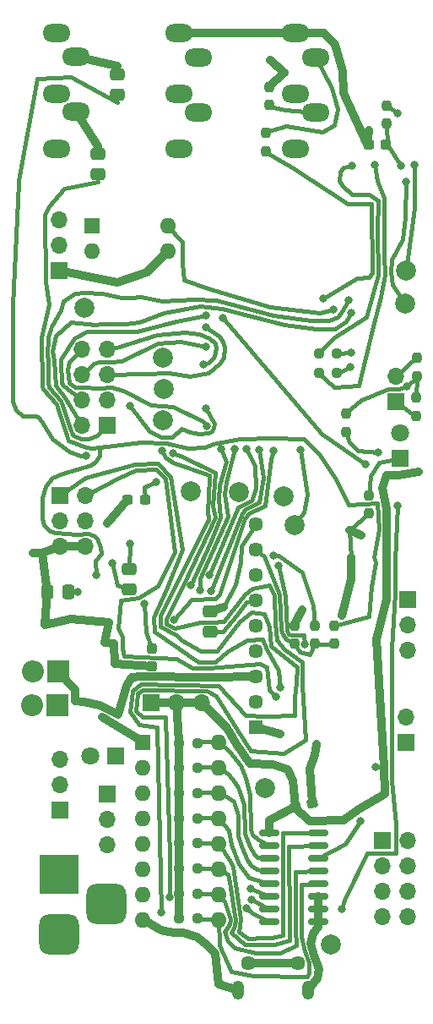
<source format=gbr>
G04 #@! TF.GenerationSoftware,KiCad,Pcbnew,7.0.9*
G04 #@! TF.CreationDate,2024-06-15T21:38:13-04:00*
G04 #@! TF.ProjectId,MEAP_Rev3c,4d454150-5f52-4657-9633-632e6b696361,rev?*
G04 #@! TF.SameCoordinates,Original*
G04 #@! TF.FileFunction,Copper,L2,Bot*
G04 #@! TF.FilePolarity,Positive*
%FSLAX46Y46*%
G04 Gerber Fmt 4.6, Leading zero omitted, Abs format (unit mm)*
G04 Created by KiCad (PCBNEW 7.0.9) date 2024-06-15 21:38:13*
%MOMM*%
%LPD*%
G01*
G04 APERTURE LIST*
G04 Aperture macros list*
%AMRoundRect*
0 Rectangle with rounded corners*
0 $1 Rounding radius*
0 $2 $3 $4 $5 $6 $7 $8 $9 X,Y pos of 4 corners*
0 Add a 4 corners polygon primitive as box body*
4,1,4,$2,$3,$4,$5,$6,$7,$8,$9,$2,$3,0*
0 Add four circle primitives for the rounded corners*
1,1,$1+$1,$2,$3*
1,1,$1+$1,$4,$5*
1,1,$1+$1,$6,$7*
1,1,$1+$1,$8,$9*
0 Add four rect primitives between the rounded corners*
20,1,$1+$1,$2,$3,$4,$5,0*
20,1,$1+$1,$4,$5,$6,$7,0*
20,1,$1+$1,$6,$7,$8,$9,0*
20,1,$1+$1,$8,$9,$2,$3,0*%
G04 Aperture macros list end*
G04 #@! TA.AperFunction,ComponentPad*
%ADD10R,1.600000X1.600000*%
G04 #@! TD*
G04 #@! TA.AperFunction,ComponentPad*
%ADD11O,1.600000X1.600000*%
G04 #@! TD*
G04 #@! TA.AperFunction,ComponentPad*
%ADD12C,2.000000*%
G04 #@! TD*
G04 #@! TA.AperFunction,ComponentPad*
%ADD13R,1.700000X1.700000*%
G04 #@! TD*
G04 #@! TA.AperFunction,ComponentPad*
%ADD14O,1.700000X1.700000*%
G04 #@! TD*
G04 #@! TA.AperFunction,ComponentPad*
%ADD15O,2.800000X1.800000*%
G04 #@! TD*
G04 #@! TA.AperFunction,ComponentPad*
%ADD16R,1.450000X1.450000*%
G04 #@! TD*
G04 #@! TA.AperFunction,ComponentPad*
%ADD17C,1.450000*%
G04 #@! TD*
G04 #@! TA.AperFunction,ComponentPad*
%ADD18R,1.800000X1.800000*%
G04 #@! TD*
G04 #@! TA.AperFunction,ComponentPad*
%ADD19C,1.800000*%
G04 #@! TD*
G04 #@! TA.AperFunction,ComponentPad*
%ADD20R,4.000000X4.000000*%
G04 #@! TD*
G04 #@! TA.AperFunction,ComponentPad*
%ADD21RoundRect,1.000000X1.000000X-1.000000X1.000000X1.000000X-1.000000X1.000000X-1.000000X-1.000000X0*%
G04 #@! TD*
G04 #@! TA.AperFunction,ComponentPad*
%ADD22R,2.200000X2.200000*%
G04 #@! TD*
G04 #@! TA.AperFunction,ComponentPad*
%ADD23O,2.200000X2.200000*%
G04 #@! TD*
G04 #@! TA.AperFunction,ComponentPad*
%ADD24O,1.200000X1.900000*%
G04 #@! TD*
G04 #@! TA.AperFunction,SMDPad,CuDef*
%ADD25RoundRect,0.250000X-0.475000X0.337500X-0.475000X-0.337500X0.475000X-0.337500X0.475000X0.337500X0*%
G04 #@! TD*
G04 #@! TA.AperFunction,SMDPad,CuDef*
%ADD26RoundRect,0.237500X0.250000X0.237500X-0.250000X0.237500X-0.250000X-0.237500X0.250000X-0.237500X0*%
G04 #@! TD*
G04 #@! TA.AperFunction,SMDPad,CuDef*
%ADD27RoundRect,0.237500X-0.250000X-0.237500X0.250000X-0.237500X0.250000X0.237500X-0.250000X0.237500X0*%
G04 #@! TD*
G04 #@! TA.AperFunction,SMDPad,CuDef*
%ADD28RoundRect,0.237500X0.237500X-0.250000X0.237500X0.250000X-0.237500X0.250000X-0.237500X-0.250000X0*%
G04 #@! TD*
G04 #@! TA.AperFunction,SMDPad,CuDef*
%ADD29RoundRect,0.250000X0.475000X-0.337500X0.475000X0.337500X-0.475000X0.337500X-0.475000X-0.337500X0*%
G04 #@! TD*
G04 #@! TA.AperFunction,SMDPad,CuDef*
%ADD30RoundRect,0.237500X-0.237500X0.250000X-0.237500X-0.250000X0.237500X-0.250000X0.237500X0.250000X0*%
G04 #@! TD*
G04 #@! TA.AperFunction,SMDPad,CuDef*
%ADD31RoundRect,0.250000X0.337500X0.475000X-0.337500X0.475000X-0.337500X-0.475000X0.337500X-0.475000X0*%
G04 #@! TD*
G04 #@! TA.AperFunction,SMDPad,CuDef*
%ADD32RoundRect,0.237500X-0.237500X0.300000X-0.237500X-0.300000X0.237500X-0.300000X0.237500X0.300000X0*%
G04 #@! TD*
G04 #@! TA.AperFunction,SMDPad,CuDef*
%ADD33RoundRect,0.237500X0.300000X0.237500X-0.300000X0.237500X-0.300000X-0.237500X0.300000X-0.237500X0*%
G04 #@! TD*
G04 #@! TA.AperFunction,SMDPad,CuDef*
%ADD34RoundRect,0.150000X0.825000X0.150000X-0.825000X0.150000X-0.825000X-0.150000X0.825000X-0.150000X0*%
G04 #@! TD*
G04 #@! TA.AperFunction,SMDPad,CuDef*
%ADD35RoundRect,0.237500X0.254201X0.285986X-0.336684X0.181797X-0.254201X-0.285986X0.336684X-0.181797X0*%
G04 #@! TD*
G04 #@! TA.AperFunction,ViaPad*
%ADD36C,0.800000*%
G04 #@! TD*
G04 #@! TA.AperFunction,Conductor*
%ADD37C,0.812800*%
G04 #@! TD*
G04 #@! TA.AperFunction,Conductor*
%ADD38C,0.406400*%
G04 #@! TD*
G04 APERTURE END LIST*
D10*
X18720000Y-39945000D03*
D11*
X18720000Y-42485000D03*
X26340000Y-42485000D03*
X26340000Y-39945000D03*
D12*
X17930000Y-48200000D03*
X50230000Y-44430000D03*
D13*
X47880000Y-101510000D03*
D14*
X50420000Y-101510000D03*
X47880000Y-104050000D03*
X50420000Y-104050000D03*
X47880000Y-106590000D03*
X50420000Y-106590000D03*
X47880000Y-109130000D03*
X50420000Y-109130000D03*
D12*
X50150000Y-47750000D03*
X25870000Y-59470000D03*
D15*
X41140000Y-28590000D03*
X39140000Y-26790000D03*
X39140000Y-20690000D03*
X41140000Y-23090000D03*
X39140000Y-32290000D03*
D13*
X50230000Y-91720000D03*
D14*
X50230000Y-89180000D03*
D12*
X25860000Y-53210000D03*
D16*
X35110000Y-90160000D03*
D17*
X35110000Y-87620000D03*
X35110000Y-85080000D03*
X35110000Y-82540000D03*
X35110000Y-80000000D03*
X35110000Y-77460000D03*
X35110000Y-74920000D03*
X35110000Y-72380000D03*
X35110000Y-69840000D03*
D12*
X42650000Y-111950000D03*
D13*
X50360000Y-77350000D03*
D14*
X50360000Y-79890000D03*
X50360000Y-82430000D03*
D13*
X49210000Y-57610000D03*
D14*
X49210000Y-55070000D03*
D15*
X17140000Y-28545000D03*
X15140000Y-26745000D03*
X15140000Y-20645000D03*
X17140000Y-23045000D03*
X15140000Y-32245000D03*
D12*
X39020000Y-69950000D03*
D18*
X49640000Y-63225000D03*
D19*
X49640000Y-60685000D03*
D13*
X20220000Y-96820000D03*
D14*
X20220000Y-99360000D03*
X20220000Y-101900000D03*
D20*
X15430000Y-104900000D03*
D21*
X15430000Y-110900000D03*
X20130000Y-107900000D03*
D12*
X25890000Y-56330000D03*
X28660000Y-66510000D03*
X36100000Y-96250000D03*
D22*
X15270000Y-87950000D03*
D23*
X12730000Y-87950000D03*
D22*
X15300000Y-84580000D03*
D23*
X12760000Y-84580000D03*
D13*
X15530000Y-66930000D03*
D14*
X15530000Y-69470000D03*
X15530000Y-72010000D03*
X18070000Y-66930000D03*
X18070000Y-69470000D03*
X18070000Y-72010000D03*
D24*
X33369999Y-116492000D03*
D17*
X34369999Y-113792000D03*
X39369999Y-113792000D03*
D24*
X40369999Y-116492000D03*
D15*
X29400000Y-28580000D03*
X27400000Y-26780000D03*
X27400000Y-20680000D03*
X29400000Y-23080000D03*
X27400000Y-32280000D03*
D13*
X15380003Y-44459999D03*
D14*
X15380003Y-41919999D03*
X15380003Y-39379999D03*
D13*
X24630000Y-87720000D03*
D14*
X27170000Y-87720000D03*
X29710000Y-87720000D03*
D13*
X20245000Y-59940000D03*
D14*
X17705000Y-59940000D03*
X20245000Y-57400000D03*
X17705000Y-57400000D03*
X20245000Y-54860000D03*
X17705000Y-54860000D03*
X20245000Y-52320000D03*
X17705000Y-52320000D03*
D13*
X15480000Y-98470000D03*
D14*
X15480000Y-95930000D03*
X15480000Y-93390000D03*
D12*
X33490000Y-66600000D03*
D10*
X23800000Y-91695000D03*
D11*
X23800000Y-94235000D03*
X23800000Y-96775000D03*
X23800000Y-99315000D03*
X23800000Y-101855000D03*
X23800000Y-104395000D03*
X23800000Y-106935000D03*
X23800000Y-109475000D03*
X31420000Y-109475000D03*
X31420000Y-106935000D03*
X31420000Y-104395000D03*
X31420000Y-101855000D03*
X31420000Y-99315000D03*
X31420000Y-96775000D03*
X31420000Y-94235000D03*
X31420000Y-91695000D03*
D12*
X37970000Y-67030000D03*
D25*
X30540000Y-78565000D03*
X30540000Y-80640000D03*
D26*
X43282500Y-52740000D03*
X41457500Y-52740000D03*
D27*
X27475002Y-104300001D03*
X29300002Y-104300001D03*
D28*
X41039996Y-81802502D03*
X41039996Y-79977502D03*
X36150000Y-32482500D03*
X36150000Y-30657500D03*
D29*
X19299999Y-34807497D03*
X19299999Y-32732497D03*
D30*
X44210000Y-58787500D03*
X44210000Y-60612500D03*
D27*
X27475001Y-99279997D03*
X29300001Y-99279997D03*
D31*
X16307500Y-76600000D03*
X14232500Y-76600000D03*
D32*
X24690000Y-82310000D03*
X24690000Y-84035000D03*
D33*
X48192500Y-31870000D03*
X46467500Y-31870000D03*
D30*
X36470000Y-26067500D03*
X36470000Y-27892500D03*
X46520000Y-66947500D03*
X46520000Y-68772500D03*
D18*
X21124999Y-93060001D03*
D19*
X18584999Y-93060001D03*
D27*
X27475002Y-101789999D03*
X29300002Y-101789999D03*
D28*
X43040000Y-81812500D03*
X43040000Y-79987500D03*
X51250000Y-58982500D03*
X51250000Y-57157500D03*
D27*
X27475000Y-96770000D03*
X29300000Y-96770000D03*
X27474998Y-91750000D03*
X29299998Y-91750000D03*
D29*
X21270002Y-26837499D03*
X21270002Y-24762499D03*
D26*
X43302500Y-54680000D03*
X41477500Y-54680000D03*
D27*
X27474999Y-94260001D03*
X29299999Y-94260001D03*
X27475001Y-109319999D03*
X29300001Y-109319999D03*
D34*
X41445000Y-100770000D03*
X41445000Y-102040000D03*
X41445000Y-103310000D03*
X41445000Y-104580000D03*
X41445000Y-105850000D03*
X41445000Y-107120000D03*
X41445000Y-108390000D03*
X41445000Y-109660000D03*
X36495000Y-109660000D03*
X36495000Y-108390000D03*
X36495000Y-107120000D03*
X36495000Y-105850000D03*
X36495000Y-104580000D03*
X36495000Y-103310000D03*
X36495000Y-102040000D03*
X36495000Y-100770000D03*
D30*
X51280000Y-53197500D03*
X51280000Y-55022500D03*
D27*
X27475002Y-106809997D03*
X29300002Y-106809997D03*
D35*
X40809397Y-97810228D03*
X39110603Y-98109772D03*
D33*
X24030000Y-67410000D03*
X22305000Y-67410000D03*
D29*
X22469998Y-76377501D03*
X22469998Y-74302501D03*
D30*
X39050000Y-79967500D03*
X39050000Y-81792500D03*
X48280000Y-27917500D03*
X48280000Y-29742500D03*
D36*
X46520000Y-30410000D03*
X45740000Y-70990000D03*
X13940000Y-79940000D03*
X43790000Y-79020000D03*
X12790000Y-72750000D03*
X21290000Y-45650000D03*
X37590000Y-90860000D03*
X39761765Y-78361765D03*
X19770000Y-89130000D03*
X20380000Y-79700000D03*
X20210000Y-69780000D03*
X41270000Y-91840163D03*
X50300000Y-56080000D03*
X51520000Y-64610000D03*
X47270000Y-81330000D03*
X47130000Y-94170000D03*
X40600000Y-99530000D03*
X36620000Y-23390000D03*
X31900000Y-78180000D03*
X37560000Y-86150000D03*
X37200000Y-87110000D03*
X46190000Y-63800000D03*
X31840000Y-49200000D03*
X36920000Y-62470000D03*
X26901644Y-79410000D03*
X36880000Y-72970000D03*
X18120000Y-63015014D03*
X19100000Y-74920000D03*
X44450000Y-47420000D03*
X44710000Y-48650000D03*
X30170000Y-48910000D03*
X30180000Y-50110000D03*
X30160000Y-52090000D03*
X29880000Y-53830000D03*
X30210000Y-60020000D03*
X25780000Y-62450000D03*
X25640000Y-108720000D03*
X26860000Y-62760000D03*
X26480000Y-107180000D03*
X30180000Y-58220000D03*
X22510000Y-57960000D03*
X39600000Y-62370000D03*
X47420000Y-62640000D03*
X41950000Y-47260000D03*
X42920000Y-48320000D03*
X44640000Y-54130000D03*
X44670000Y-52620000D03*
X30510000Y-74950000D03*
X34210000Y-62340000D03*
X30630000Y-76570000D03*
X35510000Y-62430000D03*
X34180000Y-108310000D03*
X28640000Y-75980000D03*
X31690000Y-62350000D03*
X34700000Y-107440000D03*
X49390000Y-68000000D03*
X43820000Y-108330000D03*
X34640000Y-106380000D03*
X33040000Y-62350000D03*
X29570000Y-76490000D03*
X45640000Y-99600000D03*
X40050000Y-81850000D03*
X37460000Y-74010000D03*
X49680000Y-33940000D03*
X47050000Y-33840000D03*
X49390000Y-28690000D03*
X51050000Y-33860000D03*
X44830000Y-33961466D03*
X50200000Y-35520000D03*
X22520000Y-71810000D03*
X17300000Y-76630000D03*
X25180000Y-65630000D03*
X20730000Y-73740000D03*
X24000000Y-77800000D03*
D37*
X31074573Y-112875427D02*
X31460000Y-115940000D01*
X16620000Y-79350000D02*
X13940000Y-79940000D01*
X40669503Y-111840000D02*
X41020000Y-113060000D01*
X34369999Y-113792000D02*
X39369999Y-113792000D01*
X31460000Y-115940000D02*
X33369999Y-116492000D01*
X41445000Y-108390000D02*
X41445000Y-107120000D01*
X45740000Y-70990000D02*
X44550000Y-70410000D01*
X40585594Y-94300000D02*
X41040000Y-92930000D01*
X31074573Y-112875427D02*
X30349810Y-112050190D01*
X25460000Y-110390000D02*
X23820000Y-109390000D01*
X25954737Y-110595263D02*
X25460000Y-110390000D01*
X19970000Y-45395949D02*
X21290000Y-45650000D01*
X26990000Y-110768020D02*
X25954737Y-110595263D01*
X41445000Y-109660000D02*
X41445000Y-108390000D01*
X20920000Y-81750000D02*
X20030000Y-81720000D01*
X20030000Y-81720000D02*
X20380000Y-79700000D01*
X22305000Y-67410000D02*
X20210000Y-69780000D01*
X40585594Y-94300000D02*
X40809397Y-97810228D01*
X40669503Y-111840000D02*
X40886125Y-110796125D01*
X43837951Y-24450000D02*
X43075427Y-21834573D01*
X23820000Y-91610000D02*
X19770000Y-89130000D01*
X13740000Y-72700000D02*
X15530000Y-72010000D01*
X18070000Y-72010000D02*
X15530000Y-72010000D01*
X27890000Y-110749746D02*
X26990000Y-110768020D01*
X46292500Y-31870000D02*
X46520000Y-30410000D01*
X41321033Y-115301033D02*
X40369999Y-116492000D01*
X13740000Y-72700000D02*
X12790000Y-72750000D01*
X42010000Y-20690000D02*
X39140000Y-20690000D01*
X41445000Y-109660000D02*
X41427295Y-110160000D01*
X20380000Y-79700000D02*
X16620000Y-79350000D01*
X44710000Y-75320000D02*
X44740000Y-73120000D01*
X35110000Y-90160000D02*
X37590000Y-90860000D01*
X43075427Y-21834573D02*
X42010000Y-20690000D01*
X41040000Y-92930000D02*
X41270000Y-91840163D01*
X24230000Y-44600000D02*
X26340000Y-42485000D01*
X41492039Y-114380000D02*
X41020000Y-113060000D01*
X19970000Y-45395949D02*
X15380003Y-44459999D01*
X21000000Y-83810000D02*
X20920000Y-81750000D01*
D38*
X44550000Y-70410000D02*
X46520000Y-68772500D01*
X44740000Y-73120000D02*
X44550000Y-70410000D01*
D37*
X27890000Y-110749746D02*
X29237317Y-111142683D01*
X14232500Y-76600000D02*
X13740000Y-72700000D01*
X43790000Y-79020000D02*
X44710000Y-75320000D01*
X41427295Y-110160000D02*
X40886125Y-110796125D01*
X22270000Y-83870000D02*
X21000000Y-83810000D01*
X41321033Y-115301033D02*
X41492039Y-114380000D01*
X21290000Y-45650000D02*
X24230000Y-44600000D01*
X39140000Y-20690000D02*
X27400000Y-20680000D01*
X29237317Y-111142683D02*
X30349810Y-112050190D01*
X46292500Y-31870000D02*
X43930000Y-26670000D01*
X43930000Y-26670000D02*
X43837951Y-24450000D01*
X13940000Y-79940000D02*
X14232500Y-76600000D01*
X24690000Y-84035000D02*
X22270000Y-83870000D01*
X39050000Y-79880000D02*
X39761765Y-78361765D01*
X48021524Y-94170000D02*
X48080113Y-96890053D01*
X27440000Y-94150000D02*
X27460000Y-91610000D01*
X27170000Y-87720000D02*
X27460000Y-91610000D01*
X38390000Y-94360000D02*
X38840000Y-95510000D01*
D38*
X48410000Y-56290000D02*
X49490000Y-56320000D01*
D37*
X24630000Y-87720000D02*
X27170000Y-87720000D01*
X49480000Y-64940000D02*
X51520000Y-64610000D01*
X48263481Y-77406619D02*
X47270000Y-81330000D01*
D38*
X51280000Y-55110000D02*
X50300000Y-56080000D01*
D37*
X48300000Y-68340000D02*
X47840000Y-66190000D01*
D38*
X51250000Y-57070000D02*
X51280000Y-55110000D01*
D37*
X47840000Y-66190000D02*
X48240000Y-64960000D01*
D38*
X47130000Y-94170000D02*
X48021524Y-94170000D01*
D37*
X36620000Y-23390000D02*
X38060000Y-24620000D01*
D38*
X45720000Y-57380000D02*
X48410000Y-56290000D01*
D37*
X48263481Y-77406619D02*
X48300771Y-73590040D01*
X38840000Y-95510000D02*
X39110603Y-98109772D01*
X36497383Y-99450000D02*
X39110603Y-98109772D01*
D38*
X44210000Y-58700000D02*
X45720000Y-57380000D01*
D37*
X47270000Y-81330000D02*
X48021524Y-94170000D01*
X33190000Y-91860000D02*
X34520000Y-93840000D01*
X27430000Y-104310000D02*
X27420000Y-101760000D01*
X32291884Y-90228116D02*
X33190000Y-91860000D01*
X27170000Y-87720000D02*
X29710000Y-87720000D01*
X27420000Y-109400000D02*
X27450000Y-106830000D01*
X27430000Y-96690000D02*
X27440000Y-94150000D01*
X40600000Y-99530000D02*
X43990000Y-99480390D01*
X48240000Y-64960000D02*
X49480000Y-64940000D01*
X48080113Y-96890053D02*
X45479899Y-98379899D01*
X27450000Y-106830000D02*
X27430000Y-104310000D01*
X27450000Y-99230000D02*
X27420000Y-101760000D01*
X36870000Y-93930000D02*
X38390000Y-94360000D01*
X43990000Y-99480390D02*
X45479899Y-98379899D01*
X34520000Y-93840000D02*
X36870000Y-93930000D01*
X36497383Y-99450000D02*
X36495000Y-100770000D01*
D38*
X49490000Y-56320000D02*
X50300000Y-56080000D01*
D37*
X40600000Y-99530000D02*
X38938262Y-98140160D01*
X27450000Y-99230000D02*
X27430000Y-96690000D01*
X48300771Y-73590040D02*
X48300000Y-68340000D01*
X32291884Y-90228116D02*
X29710000Y-87720000D01*
X38060000Y-24620000D02*
X36470000Y-25980000D01*
X30540000Y-78565000D02*
X31900000Y-78180000D01*
D38*
X33710000Y-72020000D02*
X33631014Y-73690000D01*
X35110000Y-69840000D02*
X33710000Y-72020000D01*
X33631014Y-73690000D02*
X33090000Y-75820000D01*
X33090000Y-75820000D02*
X31900000Y-78180000D01*
X34230000Y-77630824D02*
X35110000Y-77460000D01*
X31880000Y-80600000D02*
X30540000Y-80640000D01*
X33200000Y-78950000D02*
X34230000Y-77630824D01*
X33200000Y-78950000D02*
X31880000Y-80600000D01*
X23020000Y-63810000D02*
X18080000Y-65220000D01*
X27750000Y-72380000D02*
X26570000Y-65080000D01*
X25360000Y-63780000D02*
X23020000Y-63810000D01*
X30000000Y-83646308D02*
X29410000Y-83610000D01*
X27440000Y-82330000D02*
X25000000Y-80580000D01*
X26160000Y-76400000D02*
X27750000Y-72380000D01*
X36220000Y-82370000D02*
X37430000Y-84470000D01*
X35780000Y-81370000D02*
X36220000Y-82370000D01*
X24910000Y-79120000D02*
X26160000Y-76400000D01*
X37560000Y-86150000D02*
X37430000Y-84470000D01*
X25000000Y-80580000D02*
X24910000Y-79120000D01*
X32390000Y-82550000D02*
X34300000Y-81430000D01*
X31090000Y-83617527D02*
X32390000Y-82550000D01*
X29410000Y-83610000D02*
X27440000Y-82330000D01*
X26570000Y-65080000D02*
X25360000Y-63780000D01*
X18080000Y-65220000D02*
X15530000Y-66930000D01*
X31090000Y-83617527D02*
X30000000Y-83646308D01*
X34300000Y-81430000D02*
X35780000Y-81370000D01*
X18070000Y-66930000D02*
X21430000Y-65160000D01*
X23400000Y-77230463D02*
X25296564Y-75996564D01*
X26050000Y-65310000D02*
X27030000Y-72640000D01*
X21620000Y-77490000D02*
X23400000Y-77230463D01*
X28800000Y-84230000D02*
X30440000Y-84277782D01*
X27030000Y-72640000D02*
X25296564Y-75996564D01*
X21770000Y-82310000D02*
X21900000Y-83020000D01*
X35560000Y-83810000D02*
X30440000Y-84277782D01*
X21320000Y-80270000D02*
X21620000Y-77490000D01*
X36280000Y-84150000D02*
X35560000Y-83810000D01*
X21320000Y-80270000D02*
X21790000Y-81070000D01*
X37200000Y-87110000D02*
X36530000Y-86460000D01*
X21790000Y-81070000D02*
X21770000Y-82310000D01*
X36530000Y-86460000D02*
X36280000Y-84150000D01*
X23080000Y-64410000D02*
X25130000Y-64330000D01*
X27220000Y-83310000D02*
X28800000Y-84230000D01*
X21430000Y-65160000D02*
X23080000Y-64410000D01*
X25130000Y-64330000D02*
X26050000Y-65310000D01*
X21900000Y-83020000D02*
X27220000Y-83310000D01*
X41710000Y-60760000D02*
X32940000Y-50430000D01*
X32940000Y-50430000D02*
X31840000Y-49200000D01*
X46190000Y-63800000D02*
X41710000Y-60760000D01*
X26901644Y-79410000D02*
X28670000Y-77390000D01*
X28670000Y-77390000D02*
X31050000Y-77260000D01*
X36683672Y-63340000D02*
X36920000Y-62470000D01*
X34470000Y-68760000D02*
X36040000Y-67970000D01*
X34077992Y-69287992D02*
X34470000Y-68760000D01*
X31050000Y-77260000D02*
X31530000Y-76840000D01*
X31530000Y-76840000D02*
X34077992Y-69287992D01*
X36040000Y-67970000D02*
X36683672Y-63340000D01*
X18097493Y-62992507D02*
X17570000Y-62992507D01*
X39790000Y-74660000D02*
X40870000Y-77970000D01*
X10728200Y-57530000D02*
X10728200Y-47910000D01*
X11800000Y-58980000D02*
X11062692Y-58420000D01*
X13796968Y-59760000D02*
X13744585Y-59580000D01*
X16610000Y-25090000D02*
X21270002Y-27599999D01*
X13200000Y-25220000D02*
X16610000Y-25090000D01*
X13397923Y-59142077D02*
X13140000Y-59030000D01*
X11062692Y-58420000D02*
X10728200Y-57530000D01*
X14763800Y-61336200D02*
X13796968Y-59760000D01*
X39790000Y-74660000D02*
X38620000Y-73790000D01*
X16411000Y-62529000D02*
X14763800Y-61336200D01*
X40870000Y-77970000D02*
X41039996Y-79890002D01*
X11310000Y-35610000D02*
X11356324Y-35420000D01*
X37410000Y-72950000D02*
X36880000Y-72970000D01*
X13744585Y-59580000D02*
X13397923Y-59142077D01*
X18120000Y-63015014D02*
X18097493Y-62992507D01*
X10728200Y-47910000D02*
X11310000Y-35610000D01*
X38620000Y-73790000D02*
X37410000Y-72950000D01*
X17570000Y-62992507D02*
X16411000Y-62529000D01*
X12440000Y-58990000D02*
X11800000Y-58980000D01*
X13140000Y-59030000D02*
X12440000Y-58990000D01*
X11356324Y-35420000D02*
X13200000Y-25220000D01*
X14080000Y-45540000D02*
X14013595Y-38890000D01*
X30859382Y-61779382D02*
X30030000Y-62160000D01*
X46770000Y-76120000D02*
X47200000Y-73630000D01*
X15153208Y-57849510D02*
X13786782Y-56310000D01*
X14438889Y-38018889D02*
X15940000Y-36230000D01*
X19020000Y-73500000D02*
X19620000Y-72810000D01*
X36720000Y-61250000D02*
X39960000Y-61320000D01*
X47360000Y-67760000D02*
X44433946Y-67876054D01*
X18623590Y-63913590D02*
X19089487Y-63589487D01*
X19520000Y-62102509D02*
X18680000Y-62203168D01*
X18937933Y-70992067D02*
X19211356Y-71258644D01*
X18420000Y-70773056D02*
X17190000Y-70830000D01*
X41580000Y-62910000D02*
X43210000Y-65330000D01*
X14195135Y-70294865D02*
X13917029Y-69962971D01*
X14516540Y-70533460D02*
X15080000Y-70723435D01*
X14777518Y-65227518D02*
X14073000Y-66040000D01*
X13917029Y-69962971D02*
X13696099Y-69220000D01*
X14777518Y-65227518D02*
X15729515Y-64779515D01*
X16320000Y-61500000D02*
X15153208Y-57849510D01*
X19089487Y-63589487D02*
X19520000Y-62960000D01*
X13743200Y-56060000D02*
X13743200Y-55850000D01*
X18160000Y-62180000D02*
X16320000Y-61500000D01*
X43210000Y-65330000D02*
X44433946Y-67876054D01*
X14516540Y-70533460D02*
X14195135Y-70294865D01*
X18937933Y-70992067D02*
X18420000Y-70773056D01*
X15940000Y-36230000D02*
X19299999Y-35569997D01*
X46770000Y-76120000D02*
X46480000Y-79090000D01*
X19100000Y-74920000D02*
X19020000Y-73500000D01*
X17190000Y-70830000D02*
X15080000Y-70723435D01*
X46988975Y-73191025D02*
X47200000Y-73630000D01*
X19620000Y-72810000D02*
X19533029Y-72140000D01*
X36720000Y-61250000D02*
X33550000Y-61281129D01*
X19533029Y-72140000D02*
X19211356Y-71258644D01*
X28270000Y-62257591D02*
X26150000Y-61730000D01*
X13671238Y-51170000D02*
X14429159Y-47810000D01*
X30859382Y-61779382D02*
X33550000Y-61281129D01*
X18680000Y-62203168D02*
X18160000Y-62180000D01*
X13786782Y-56310000D02*
X13743200Y-56060000D01*
X13713000Y-67240000D02*
X13696099Y-69220000D01*
X15729515Y-64779515D02*
X18623590Y-63913590D01*
X39960000Y-61320000D02*
X41580000Y-62910000D01*
X13713000Y-67240000D02*
X14073000Y-66040000D01*
X46480000Y-79090000D02*
X43040000Y-79987500D01*
X19520000Y-62960000D02*
X19520000Y-62102509D01*
X30030000Y-62160000D02*
X28270000Y-62257591D01*
X13743200Y-55850000D02*
X13671238Y-51170000D01*
X23630000Y-61610000D02*
X19520000Y-62102509D01*
X46988975Y-73191025D02*
X47470000Y-70360000D01*
X14013595Y-38890000D02*
X14438889Y-38018889D01*
X47470000Y-70360000D02*
X47360000Y-67760000D01*
X26150000Y-61730000D02*
X23630000Y-61610000D01*
X14429159Y-47810000D02*
X14080000Y-45540000D01*
X49210000Y-57610000D02*
X51250000Y-59070000D01*
X49210000Y-55070000D02*
X51280000Y-53110000D01*
X14660389Y-50040389D02*
X15614540Y-48440000D01*
X21690000Y-47130000D02*
X22590000Y-47130000D01*
X22590000Y-47130000D02*
X23600000Y-47070000D01*
X14217550Y-52880000D02*
X14304347Y-51140000D01*
X31190000Y-47435548D02*
X28990000Y-47294170D01*
X23600000Y-47070000D02*
X25710000Y-47500000D01*
X15614540Y-48440000D02*
X15880000Y-47480000D01*
X15880000Y-47480000D02*
X17000000Y-46750000D01*
X14408317Y-56100000D02*
X14349600Y-55630000D01*
X17620000Y-61310000D02*
X16874173Y-60935827D01*
X42470000Y-49453464D02*
X40680000Y-49434283D01*
X16709606Y-60720394D02*
X15571279Y-57513459D01*
X14300000Y-53460000D02*
X14217550Y-52880000D01*
X18420000Y-61310000D02*
X19248018Y-60948018D01*
X14349600Y-53930000D02*
X14300000Y-53460000D01*
X18420000Y-61310000D02*
X17620000Y-61310000D01*
X40680000Y-49434283D02*
X36940000Y-48943030D01*
X20245000Y-59940000D02*
X19248018Y-60948018D01*
X17930000Y-46610000D02*
X19750000Y-46760000D01*
X42470000Y-49453464D02*
X43334681Y-49144681D01*
X17000000Y-46750000D02*
X17930000Y-46610000D01*
X19750000Y-46760000D02*
X21690000Y-47130000D01*
X14304347Y-51140000D02*
X14660389Y-50040389D01*
X16874173Y-60935827D02*
X16709606Y-60720394D01*
X36940000Y-48943030D02*
X31190000Y-47435548D01*
X14349600Y-55630000D02*
X14349600Y-53930000D01*
X44450000Y-47420000D02*
X43710000Y-48680000D01*
X15571279Y-57513459D02*
X14408317Y-56100000D01*
X25710000Y-47500000D02*
X28990000Y-47294170D01*
X43710000Y-48680000D02*
X43334681Y-49144681D01*
X44710000Y-48650000D02*
X44170695Y-49550695D01*
X43070000Y-50270000D02*
X44170695Y-49550695D01*
X16620000Y-49628803D02*
X19040000Y-49842218D01*
X14764406Y-52490000D02*
X15050085Y-50960000D01*
X19040000Y-49842218D02*
X19650000Y-49808328D01*
X15890000Y-57070000D02*
X15066025Y-56000000D01*
X17705000Y-59940000D02*
X15890000Y-57070000D01*
X41250000Y-50270000D02*
X38030000Y-49858409D01*
X43070000Y-50270000D02*
X41250000Y-50270000D01*
X23480000Y-49640000D02*
X25910000Y-48690000D01*
X21980000Y-49808750D02*
X23480000Y-49640000D01*
X25910000Y-48690000D02*
X29590000Y-48010000D01*
X14940000Y-53420000D02*
X14764406Y-52490000D01*
X15066025Y-56000000D02*
X14940000Y-53420000D01*
X38030000Y-49858409D02*
X31760000Y-48245486D01*
X15050085Y-50960000D02*
X16620000Y-49628803D01*
X31760000Y-48245486D02*
X29590000Y-48010000D01*
X19650000Y-49808328D02*
X21980000Y-49808750D01*
X18240000Y-50569506D02*
X23240000Y-50514708D01*
X16930000Y-51200000D02*
X18240000Y-50569506D01*
X15555366Y-53588761D02*
X15554644Y-53340000D01*
X15554644Y-53340000D02*
X16930000Y-51200000D01*
X27190000Y-49520000D02*
X30170000Y-48910000D01*
X23240000Y-50514708D02*
X27190000Y-49520000D01*
X15811775Y-55988225D02*
X15671515Y-55730000D01*
X17705000Y-57400000D02*
X15811775Y-55988225D01*
X15671515Y-55730000D02*
X15555366Y-53588761D01*
X31501860Y-51078140D02*
X30180000Y-50110000D01*
X26410000Y-54700000D02*
X28560000Y-55004851D01*
X24000000Y-54740000D02*
X26410000Y-54700000D01*
X31542252Y-53792252D02*
X31905533Y-53135533D01*
X31856382Y-51573618D02*
X31997982Y-52190000D01*
X31542252Y-53792252D02*
X30420000Y-54714425D01*
X31905533Y-53135533D02*
X31997982Y-52190000D01*
X28560000Y-55004851D02*
X30420000Y-54714425D01*
X20245000Y-54860000D02*
X24000000Y-54740000D01*
X31501860Y-51078140D02*
X31856382Y-51573618D01*
X30160000Y-52090000D02*
X27620000Y-51590000D01*
X19400000Y-53590000D02*
X18850000Y-53780000D01*
X21640000Y-53510000D02*
X20620000Y-53580000D01*
X18850000Y-53780000D02*
X17705000Y-54860000D01*
X27620000Y-51590000D02*
X25340000Y-51690000D01*
X20620000Y-53580000D02*
X19400000Y-53590000D01*
X25340000Y-51690000D02*
X21640000Y-53510000D01*
X31150000Y-52270000D02*
X31120000Y-51760000D01*
X21210000Y-52124776D02*
X20245000Y-52320000D01*
X30479396Y-51220604D02*
X29470000Y-50818281D01*
X31009014Y-52959014D02*
X31150000Y-52270000D01*
X30885834Y-53185834D02*
X31009014Y-52959014D01*
X29880000Y-53830000D02*
X30370000Y-53716923D01*
X31120000Y-51760000D02*
X30479396Y-51220604D01*
X25210000Y-50853599D02*
X21210000Y-52124776D01*
X28050000Y-50643378D02*
X25210000Y-50853599D01*
X29470000Y-50818281D02*
X28050000Y-50643378D01*
X30885834Y-53185834D02*
X30370000Y-53716923D01*
X17010000Y-56130000D02*
X16400000Y-55690000D01*
X19400000Y-56190000D02*
X17760000Y-56140000D01*
X20700000Y-56124682D02*
X21887636Y-56452364D01*
X26850000Y-58070000D02*
X29810000Y-59510000D01*
X16400000Y-55690000D02*
X16270000Y-54330000D01*
X16270000Y-54330000D02*
X16440000Y-53610000D01*
X20730000Y-56100000D02*
X19400000Y-56190000D01*
X16440000Y-53610000D02*
X17705000Y-52320000D01*
X21887636Y-56452364D02*
X24650000Y-57870000D01*
X20700000Y-56124682D02*
X20730000Y-56100000D01*
X24650000Y-57870000D02*
X26850000Y-58070000D01*
X29810000Y-59510000D02*
X30210000Y-60020000D01*
X17760000Y-56140000D02*
X17010000Y-56130000D01*
D37*
X30450000Y-85130000D02*
X23620000Y-85100000D01*
X19510000Y-87950000D02*
X17870000Y-87660000D01*
X21350000Y-88880000D02*
X19510000Y-87950000D01*
X17870000Y-87660000D02*
X17050000Y-87520000D01*
X30450000Y-85130000D02*
X35110000Y-85080000D01*
X22183370Y-86003370D02*
X21350000Y-88880000D01*
X23620000Y-85100000D02*
X22710000Y-85132991D01*
X17050000Y-87520000D02*
X17000000Y-86420000D01*
X22710000Y-85132991D02*
X22183370Y-86003370D01*
X17000000Y-86420000D02*
X15300000Y-84580000D01*
D38*
X30332630Y-68390000D02*
X30392679Y-67250000D01*
X26810000Y-63640000D02*
X26090000Y-63120000D01*
X25611814Y-80130000D02*
X25606866Y-79030000D01*
X30392679Y-67250000D02*
X30508095Y-64973893D01*
X23440000Y-89893545D02*
X22559081Y-88680000D01*
X39231492Y-85689068D02*
X39280000Y-84160000D01*
X30508095Y-64973893D02*
X26810000Y-63640000D01*
X34110000Y-88980000D02*
X36180000Y-89050000D01*
X23590000Y-85887734D02*
X26941151Y-85947173D01*
X25640000Y-108720000D02*
X25260000Y-90150000D01*
X26941151Y-85947173D02*
X27730000Y-85938986D01*
X27730000Y-85938986D02*
X31420000Y-85998442D01*
X30382304Y-69402304D02*
X30332630Y-68390000D01*
X33560000Y-79560000D02*
X31209815Y-82579815D01*
X27701290Y-81448710D02*
X27180000Y-80970000D01*
X27180000Y-80970000D02*
X25611814Y-80130000D01*
X31209815Y-82579815D02*
X29640000Y-82518863D01*
X34690000Y-78670000D02*
X33560000Y-79560000D01*
X31420000Y-85998442D02*
X34110000Y-88980000D01*
X25606866Y-79030000D02*
X30254568Y-69674616D01*
X26090000Y-63120000D02*
X25780000Y-62450000D01*
X36530000Y-80050000D02*
X35950000Y-78780000D01*
X29640000Y-82518863D02*
X27701290Y-81448710D01*
X39030000Y-88970000D02*
X39062623Y-87230000D01*
X22559081Y-88680000D02*
X22779044Y-86539044D01*
X39062623Y-87230000D02*
X39231492Y-85689068D01*
X22779044Y-86539044D02*
X23590000Y-85887734D01*
X25260000Y-90150000D02*
X23440000Y-89893545D01*
X36688158Y-82061842D02*
X36530000Y-80050000D01*
X30254568Y-69674616D02*
X30382304Y-69402304D01*
X35950000Y-78780000D02*
X34690000Y-78670000D01*
X39280000Y-84160000D02*
X36688158Y-82061842D01*
X36180000Y-89050000D02*
X39030000Y-88970000D01*
X30215771Y-86494229D02*
X31203615Y-87006385D01*
X30863232Y-67980198D02*
X31080000Y-64690000D01*
X31080000Y-64690000D02*
X27770000Y-63070000D01*
X30863232Y-67980198D02*
X31060000Y-69150000D01*
X37080000Y-79770000D02*
X36970000Y-76950000D01*
X27770000Y-63070000D02*
X26860000Y-62760000D01*
X40110000Y-91460000D02*
X39825737Y-85960000D01*
X27950000Y-75780000D02*
X26157029Y-79300000D01*
X37249025Y-81420975D02*
X37080000Y-79770000D01*
X37249025Y-81420975D02*
X38040000Y-82410000D01*
X34060000Y-76840000D02*
X34830000Y-76240000D01*
X39810000Y-83660000D02*
X39825737Y-85960000D01*
X31060000Y-69150000D02*
X27950000Y-75780000D01*
X26480000Y-107180000D02*
X26510000Y-103070000D01*
X23140000Y-88520000D02*
X23300000Y-86790000D01*
X36970000Y-76950000D02*
X36500000Y-75960000D01*
X37940000Y-92820000D02*
X40110000Y-91460000D01*
X31915693Y-79545693D02*
X34060000Y-76840000D01*
X38040000Y-82410000D02*
X39810000Y-83660000D01*
X31203615Y-87006385D02*
X33300000Y-90410000D01*
X26155504Y-79810000D02*
X26157029Y-79300000D01*
X23790000Y-89170000D02*
X23140000Y-88520000D01*
X33300000Y-90410000D02*
X34650000Y-92580000D01*
X26080000Y-89190000D02*
X23790000Y-89170000D01*
X23300000Y-86790000D02*
X23823307Y-86414940D01*
X34650000Y-92580000D02*
X37940000Y-92820000D01*
X23823307Y-86414940D02*
X30215771Y-86494229D01*
X26155504Y-79810000D02*
X26975514Y-80254486D01*
X26510000Y-103070000D02*
X26080000Y-89190000D01*
X36500000Y-75960000D02*
X34830000Y-76240000D01*
X29570000Y-79710000D02*
X26975514Y-80254486D01*
X31915693Y-79545693D02*
X30780000Y-79640000D01*
X30780000Y-79640000D02*
X29570000Y-79710000D01*
X36470000Y-27980000D02*
X38130000Y-28390000D01*
X38130000Y-28390000D02*
X41140000Y-28590000D01*
X42770000Y-26190000D02*
X41140000Y-23090000D01*
X38200000Y-29980000D02*
X41850000Y-30580000D01*
X41850000Y-30580000D02*
X42980000Y-29890000D01*
X42980000Y-29890000D02*
X43320000Y-28300000D01*
X36150000Y-30570000D02*
X38200000Y-29980000D01*
X43320000Y-28300000D02*
X42770000Y-26190000D01*
X29440000Y-60821605D02*
X30430000Y-60739194D01*
X25660000Y-61113750D02*
X24474029Y-60545971D01*
X30958480Y-59750000D02*
X30180000Y-58220000D01*
X24474029Y-60545971D02*
X22510000Y-57960000D01*
X26790000Y-61104333D02*
X27660000Y-60310000D01*
X30934582Y-60174582D02*
X30958480Y-59750000D01*
X30430000Y-60739194D02*
X30769444Y-60499444D01*
X29440000Y-60821605D02*
X28570000Y-60639884D01*
X30769444Y-60499444D02*
X30934582Y-60174582D01*
X26790000Y-61104333D02*
X25660000Y-61113750D01*
X27660000Y-60310000D02*
X28570000Y-60639884D01*
X39600000Y-62370000D02*
X40280000Y-66880000D01*
X40280000Y-66880000D02*
X40000000Y-68690000D01*
X40000000Y-68690000D02*
X39020000Y-69950000D01*
X44510000Y-61650000D02*
X44210000Y-60700000D01*
X47420000Y-62640000D02*
X45370000Y-62470000D01*
X45370000Y-62470000D02*
X44510000Y-61650000D01*
X46450000Y-45164286D02*
X46796807Y-44680000D01*
X45330000Y-45210000D02*
X46450000Y-45164286D01*
X46796807Y-44680000D02*
X46750000Y-37790000D01*
X41950000Y-47260000D02*
X45330000Y-45210000D01*
X44410000Y-37773084D02*
X38754028Y-34085972D01*
X38754028Y-34085972D02*
X36150000Y-32570000D01*
X46750000Y-37790000D02*
X44410000Y-37773084D01*
X34920000Y-115050000D02*
X40280000Y-115120000D01*
X39724091Y-107949665D02*
X39711446Y-105909991D01*
X29420000Y-109400000D02*
X31440000Y-109390000D01*
X39734731Y-108900000D02*
X39724091Y-107949665D01*
X39711446Y-105909991D02*
X41445000Y-105850000D01*
X31440000Y-109390000D02*
X31540000Y-112020000D01*
X32660000Y-114650000D02*
X34920000Y-115050000D01*
X40280000Y-115120000D02*
X40437857Y-114767857D01*
X40080000Y-112640000D02*
X39720000Y-111140000D01*
X40453377Y-113740000D02*
X40080000Y-112640000D01*
X40437857Y-114767857D02*
X40453377Y-113740000D01*
X39720000Y-111140000D02*
X39734731Y-108900000D01*
X32660000Y-114650000D02*
X31540000Y-112020000D01*
X31440000Y-106850000D02*
X29450000Y-106830000D01*
X32524328Y-109120000D02*
X32116301Y-107860000D01*
X32561332Y-109350000D02*
X32500080Y-109890081D01*
X41445000Y-104580000D02*
X39097098Y-104629888D01*
X32011884Y-107588116D02*
X31440000Y-106850000D01*
X33031057Y-112298943D02*
X35110000Y-112764211D01*
X32500080Y-109890081D02*
X32010000Y-110660000D01*
X37640000Y-112740000D02*
X35110000Y-112764211D01*
X39133118Y-110440000D02*
X39170000Y-112000000D01*
X39170000Y-112000000D02*
X37640000Y-112740000D01*
X33031057Y-112298943D02*
X32390000Y-111580000D01*
X32390000Y-111580000D02*
X32010000Y-110660000D01*
X32561332Y-109350000D02*
X32524328Y-109120000D01*
X39097098Y-104629888D02*
X39133118Y-110440000D01*
X32116301Y-107860000D02*
X32011884Y-107588116D01*
X38482936Y-102069566D02*
X38507030Y-110020000D01*
X41445000Y-102040000D02*
X38482936Y-102069566D01*
X34080000Y-111930000D02*
X37040000Y-111930000D01*
X33088903Y-109390000D02*
X33043750Y-109020000D01*
X33043750Y-109020000D02*
X32524892Y-105700000D01*
X32660000Y-110750000D02*
X32984496Y-110084496D01*
X32984496Y-110084496D02*
X33088903Y-109390000D01*
X34080000Y-111930000D02*
X32660000Y-110750000D01*
X32371429Y-104938571D02*
X31440000Y-104310000D01*
X37040000Y-111930000D02*
X38490000Y-111500000D01*
X32524892Y-105700000D02*
X32371429Y-104938571D01*
X29430000Y-104310000D02*
X31440000Y-104310000D01*
X38490000Y-111500000D02*
X38507030Y-110020000D01*
X33611459Y-109370000D02*
X32825055Y-104104945D01*
X33470000Y-110640000D02*
X33611459Y-109370000D01*
X34350000Y-111360000D02*
X33470000Y-110640000D01*
X36760000Y-111250000D02*
X35880000Y-111227436D01*
X37873200Y-100740000D02*
X41445000Y-100770000D01*
X37872381Y-110030000D02*
X37890000Y-107440000D01*
X31440000Y-101770000D02*
X29420000Y-101760000D01*
X37889315Y-110999877D02*
X36760000Y-111250000D01*
X32825055Y-104104945D02*
X32590000Y-103610000D01*
X37890000Y-107440000D02*
X37873200Y-100740000D01*
X35880000Y-111227436D02*
X34350000Y-111360000D01*
X31440000Y-101770000D02*
X32590000Y-103610000D01*
X37872381Y-110030000D02*
X37889315Y-110999877D01*
X32710000Y-101960000D02*
X33450000Y-103890000D01*
X33450000Y-103890000D02*
X34490000Y-105270000D01*
X32447621Y-100510000D02*
X31440000Y-99230000D01*
X32447621Y-100510000D02*
X32710000Y-101960000D01*
X29450000Y-99230000D02*
X31440000Y-99230000D01*
X34490000Y-105270000D02*
X36495000Y-105850000D01*
X35200000Y-104349302D02*
X36130000Y-104580000D01*
X33048270Y-97881730D02*
X32905122Y-97634878D01*
X33378092Y-99010000D02*
X33399978Y-101060000D01*
X32379963Y-97180037D02*
X31440000Y-96690000D01*
X31440000Y-96690000D02*
X29430000Y-96690000D01*
X34299089Y-103490911D02*
X33766768Y-102310000D01*
X33766768Y-102310000D02*
X33399978Y-101060000D01*
X34634585Y-103985415D02*
X34299089Y-103490911D01*
X32905122Y-97634878D02*
X32379963Y-97180037D01*
X35200000Y-104349302D02*
X34634585Y-103985415D01*
X33378092Y-99010000D02*
X33048270Y-97881730D01*
X32402118Y-94927882D02*
X31440000Y-94150000D01*
X31440000Y-94150000D02*
X29440000Y-94150000D01*
X33972143Y-97850000D02*
X34004171Y-100850000D01*
X33378868Y-96191132D02*
X33057109Y-95642891D01*
X34520700Y-102100000D02*
X34004171Y-100850000D01*
X35340000Y-103182041D02*
X34990914Y-102839086D01*
X33057109Y-95642891D02*
X32402118Y-94927882D01*
X35340000Y-103182041D02*
X36495000Y-103310000D01*
X33972143Y-97850000D02*
X33378868Y-96191132D01*
X34990914Y-102839086D02*
X34520700Y-102100000D01*
X32573743Y-92696257D02*
X31440000Y-91610000D01*
X33581793Y-94000000D02*
X32573743Y-92696257D01*
X35369778Y-101450222D02*
X34818815Y-100960000D01*
X34818815Y-100960000D02*
X34606228Y-100440000D01*
X34606228Y-100440000D02*
X34569288Y-96980000D01*
X36495000Y-102040000D02*
X35369778Y-101450222D01*
X29460000Y-91610000D02*
X31440000Y-91610000D01*
X34111607Y-95280000D02*
X33581793Y-94000000D01*
X34569288Y-96980000D02*
X34111607Y-95280000D01*
X30280000Y-46210000D02*
X27940000Y-45370000D01*
X27770000Y-43810000D02*
X27770000Y-41580000D01*
X36580000Y-48090000D02*
X30280000Y-46210000D01*
X42920000Y-48320000D02*
X41590000Y-48680000D01*
X27770000Y-41580000D02*
X26290000Y-39945000D01*
X41590000Y-48680000D02*
X36580000Y-48090000D01*
X27940000Y-45370000D02*
X27770000Y-43810000D01*
X43410000Y-54720000D02*
X44640000Y-54130000D01*
X43370000Y-52740000D02*
X44670000Y-52620000D01*
X33861116Y-67925157D02*
X34710000Y-67450000D01*
X35060000Y-64010000D02*
X34210000Y-62340000D01*
X35170000Y-66270000D02*
X35060000Y-64010000D01*
X34710000Y-67450000D02*
X35170000Y-66270000D01*
X33369934Y-68179934D02*
X33861116Y-67925157D01*
X30510000Y-74950000D02*
X33369934Y-68179934D01*
X33747742Y-68717742D02*
X34140000Y-68350000D01*
X34140000Y-68350000D02*
X35450000Y-67640000D01*
X30630000Y-76570000D02*
X33747742Y-68717742D01*
X35880000Y-65230000D02*
X35510000Y-62430000D01*
X35450000Y-67640000D02*
X35880000Y-65230000D01*
X31610000Y-69160000D02*
X31451710Y-67310000D01*
X31540000Y-65940000D02*
X32191915Y-63559805D01*
X36495000Y-109660000D02*
X34840000Y-108830000D01*
X32191915Y-63559805D02*
X31690000Y-62350000D01*
X30540000Y-71670000D02*
X31610000Y-69160000D01*
X31451710Y-67310000D02*
X31540000Y-65940000D01*
X34840000Y-108830000D02*
X34180000Y-108310000D01*
X28640000Y-75980000D02*
X30540000Y-71670000D01*
X48780000Y-82330000D02*
X48788813Y-95540000D01*
X48780000Y-82330000D02*
X49116800Y-76700000D01*
X46300000Y-102780000D02*
X48010000Y-102800000D01*
X49110000Y-73410000D02*
X49390000Y-68000000D01*
X49220000Y-99880000D02*
X48788813Y-95540000D01*
X49116800Y-76700000D02*
X49110000Y-73410000D01*
X49220000Y-102780000D02*
X49220000Y-99880000D01*
X48010000Y-102800000D02*
X49220000Y-102780000D01*
X44067855Y-107450000D02*
X43820000Y-108330000D01*
X44067855Y-107450000D02*
X46300000Y-102780000D01*
X36495000Y-108390000D02*
X34700000Y-107440000D01*
X32170000Y-65600000D02*
X33040000Y-62350000D01*
X36495000Y-107120000D02*
X34640000Y-106380000D01*
X29570000Y-75250000D02*
X32360000Y-69100000D01*
X29570000Y-76490000D02*
X29570000Y-75250000D01*
X32047348Y-66780000D02*
X32170000Y-65600000D01*
X32360000Y-69100000D02*
X32047348Y-66780000D01*
X38670000Y-80950000D02*
X38435393Y-80824607D01*
X41445000Y-103310000D02*
X44150000Y-101810000D01*
X38435393Y-80824607D02*
X38288729Y-80541271D01*
X40050000Y-81850000D02*
X39960000Y-80950000D01*
X44150000Y-101810000D02*
X45640000Y-99600000D01*
X38080000Y-77030000D02*
X37460000Y-74010000D01*
X38288729Y-80541271D02*
X38080000Y-77030000D01*
X39960000Y-80950000D02*
X38670000Y-80950000D01*
X48367500Y-31870000D02*
X49680000Y-33940000D01*
X48367500Y-31870000D02*
X48280000Y-29830000D01*
X45470000Y-56000000D02*
X46890000Y-50040000D01*
X48081356Y-44873934D02*
X48023350Y-42938577D01*
X48050000Y-37190000D02*
X47360000Y-35500000D01*
X47660000Y-47080000D02*
X48081356Y-44873934D01*
X43010000Y-56140000D02*
X45470000Y-56000000D01*
X46890000Y-50040000D02*
X47660000Y-47080000D01*
X48023350Y-42938577D02*
X48050000Y-37190000D01*
X48280000Y-27830000D02*
X49390000Y-28690000D01*
X41410000Y-54720000D02*
X43010000Y-56140000D01*
X47360000Y-35500000D02*
X47050000Y-33840000D01*
X51090000Y-38140000D02*
X51050000Y-33860000D01*
X50230000Y-44430000D02*
X51090000Y-38140000D01*
X46470000Y-36850000D02*
X44800000Y-36850000D01*
X43537006Y-35462994D02*
X43592422Y-34542422D01*
X44800000Y-36850000D02*
X43870000Y-35960000D01*
X43040000Y-51110000D02*
X46270000Y-49100000D01*
X46270000Y-49100000D02*
X47450000Y-44880000D01*
X47374551Y-40459833D02*
X47420000Y-37440000D01*
X47420000Y-37440000D02*
X46470000Y-36850000D01*
X43870000Y-35960000D02*
X43537006Y-35462994D01*
X41370000Y-52740000D02*
X43040000Y-51110000D01*
X47450000Y-44880000D02*
X47374551Y-40459833D01*
X43592422Y-34542422D02*
X43980000Y-34130000D01*
X43980000Y-34130000D02*
X44830000Y-33961466D01*
X48900000Y-45910000D02*
X50150000Y-47750000D01*
X48790000Y-43370000D02*
X48720000Y-44650000D01*
X50200000Y-35520000D02*
X50160000Y-39080000D01*
X50160000Y-39080000D02*
X49880000Y-41330000D01*
X49880000Y-41330000D02*
X48790000Y-43370000D01*
X48720000Y-44650000D02*
X48900000Y-45910000D01*
X46640000Y-65050000D02*
X47520000Y-63670000D01*
X46520000Y-66860000D02*
X46640000Y-65050000D01*
X47520000Y-63670000D02*
X49640000Y-63225000D01*
X39550000Y-82660000D02*
X40580000Y-82860000D01*
X37490000Y-76870000D02*
X35996080Y-73053920D01*
X35996080Y-73053920D02*
X35110000Y-72380000D01*
X38040843Y-81149157D02*
X37833254Y-80836746D01*
X37833254Y-80836746D02*
X37678306Y-80420000D01*
X40580000Y-82860000D02*
X41039996Y-81802502D01*
X39050000Y-81792500D02*
X39550000Y-82660000D01*
X39050000Y-81792500D02*
X38203587Y-81356413D01*
X41039996Y-81890002D02*
X43040000Y-81900000D01*
X37678306Y-80420000D02*
X37490000Y-76870000D01*
X38203587Y-81356413D02*
X38040843Y-81149157D01*
X22469998Y-74302501D02*
X22520000Y-71810000D01*
X17300000Y-76630000D02*
X16307500Y-76600000D01*
X25180000Y-65630000D02*
X23969998Y-66099999D01*
X23969998Y-66099999D02*
X24030000Y-67410000D01*
X21290000Y-75940000D02*
X22469998Y-76377501D01*
X20730000Y-73740000D02*
X21290000Y-75940000D01*
D37*
X19299999Y-31969997D02*
X17140000Y-28545000D01*
X21270002Y-23999999D02*
X17140000Y-23045000D01*
D38*
X24690000Y-82310000D02*
X24130000Y-80700000D01*
X24130000Y-80700000D02*
X24000000Y-77800000D01*
M02*

</source>
